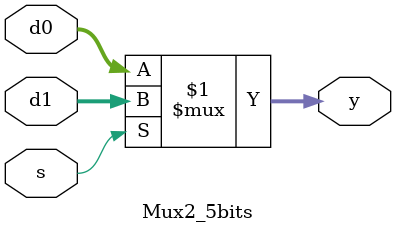
<source format=v>
`timescale 1ns / 1ps
module Mux2_5bits(
    input [4:0] d0, d1,
    input s,
    output [4:0] y
);
    assign y = (s) ? d1 : d0;
endmodule
</source>
